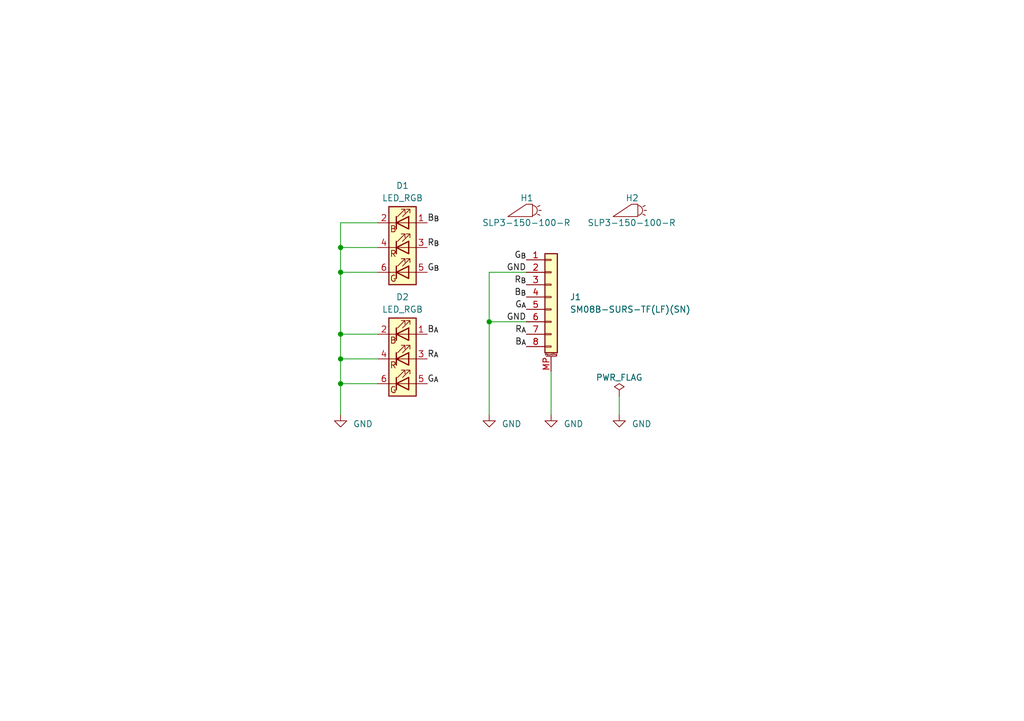
<source format=kicad_sch>
(kicad_sch (version 20230121) (generator eeschema)
  (paper "A5")
  (title_block (title "PCIe Bracket LED PCB") (rev "B") (company "Open Ephys, Inc") (comment 1 "Cris Sharp"))
  (lib_symbols
    (symbol "Connector_Generic_MountingPin:Conn_01x08_MountingPin" (pin_names (offset 1.016) hide)
      (property "Reference" "J" (at 0 10.16 0))
      (property "Value" "Conn_01x08_MountingPin" (at 1.27 -12.7 0))
      (symbol "Conn_01x08_MountingPin_1_1"
        (rectangle (start -1.27 -10.033) (end 0 -10.287) (stroke (width 0.1524)))
        (rectangle (start -1.27 -7.493) (end 0 -7.747) (stroke (width 0.1524)))
        (rectangle (start -1.27 -4.953) (end 0 -5.207) (stroke (width 0.1524)))
        (rectangle (start -1.27 -2.413) (end 0 -2.667) (stroke (width 0.1524)))
        (rectangle (start -1.27 0.127) (end 0 -0.127) (stroke (width 0.1524)))
        (rectangle (start -1.27 2.667) (end 0 2.413) (stroke (width 0.1524)))
        (rectangle (start -1.27 5.207) (end 0 4.953) (stroke (width 0.1524)))
        (rectangle (start -1.27 7.747) (end 0 7.493) (stroke (width 0.1524)))
        (rectangle (start -1.27 8.89) (end 1.27 -11.43) (stroke (width 0.254)) (fill (type background)))
        (polyline (pts (xy -1.016 -12.192) (xy 1.016 -12.192)) (stroke (width 0.1524)))
        (text "Mounting" (at 0 -11.811 0) (effects (font (size 0.381 0.381))))
        (pin passive line (at -5.08 7.62 0) (length 3.81) (name "Pin_1") (number "1"))
        (pin passive line (at -5.08 5.08 0) (length 3.81) (name "Pin_2") (number "2"))
        (pin passive line (at -5.08 2.54 0) (length 3.81) (name "Pin_3") (number "3"))
        (pin passive line (at -5.08 0 0) (length 3.81) (name "Pin_4") (number "4"))
        (pin passive line (at -5.08 -2.54 0) (length 3.81) (name "Pin_5") (number "5"))
        (pin passive line (at -5.08 -5.08 0) (length 3.81) (name "Pin_6") (number "6"))
        (pin passive line (at -5.08 -7.62 0) (length 3.81) (name "Pin_7") (number "7"))
        (pin passive line (at -5.08 -10.16 0) (length 3.81) (name "Pin_8") (number "8"))
        (pin passive line (at 0 -15.24 90) (length 3.048) (name "MountPin") (number "MP"))
      )
    )
    (symbol "Open Ephys:EAST1616RGBA8" (pin_names (offset 0) hide)
      (property "Reference" "D1" (at 0 12.7 0))
      (property "Value" "LED_RGB" (at 0 10.16 0))
      (symbol "EAST1616RGBA8_0_0"
        (text "B" (at -1.905 3.81 0) (effects (font (size 1.27 1.27))))
        (text "G" (at -1.905 -6.35 0) (effects (font (size 1.27 1.27))))
        (text "R" (at -1.905 -1.27 0) (effects (font (size 1.27 1.27))))
      )
      (symbol "EAST1616RGBA8_0_1"
        (rectangle (start -2.794 8.382) (end 2.794 -7.62) (stroke (width 0.254)) (fill (type background)))
        (polyline (pts (xy -1.27 -5.08) (xy -2.54 -5.08)))
        (polyline (pts (xy -1.27 -5.08) (xy 1.27 -5.08)))
        (polyline (pts (xy -1.27 -3.81) (xy -1.27 -6.35)) (stroke (width 0.254)))
        (polyline (pts (xy -1.27 0) (xy -2.54 0)))
        (polyline (pts (xy -1.27 1.27) (xy -1.27 -1.27)) (stroke (width 0.254)))
        (polyline (pts (xy -1.27 5.08) (xy -2.54 5.08)))
        (polyline (pts (xy -1.27 5.08) (xy 1.27 5.08)))
        (polyline (pts (xy -1.27 6.35) (xy -1.27 3.81)) (stroke (width 0.254)))
        (polyline (pts (xy 1.27 -5.08) (xy 2.54 -5.08)))
        (polyline (pts (xy 1.27 0) (xy -1.27 0)))
        (polyline (pts (xy 1.27 0) (xy 2.54 0)))
        (polyline (pts (xy 1.27 5.08) (xy 2.54 5.08)))
        (polyline (pts (xy -1.27 1.27) (xy -1.27 -1.27) (xy -1.27 -1.27)))
        (polyline (pts (xy -1.27 6.35) (xy -1.27 3.81) (xy -1.27 3.81)))
        (polyline (pts (xy 1.27 -3.81) (xy 1.27 -6.35) (xy -1.27 -5.08) (xy 1.27 -3.81)) (stroke (width 0.254)))
        (polyline (pts (xy 1.27 1.27) (xy 1.27 -1.27) (xy -1.27 0) (xy 1.27 1.27)) (stroke (width 0.254)))
        (polyline (pts (xy 1.27 6.35) (xy 1.27 3.81) (xy -1.27 5.08) (xy 1.27 6.35)) (stroke (width 0.254)))
        (polyline (pts (xy -1.016 -3.81) (xy 0.508 -2.286) (xy -0.254 -2.286) (xy 0.508 -2.286) (xy 0.508 -3.048)))
        (polyline (pts (xy -1.016 1.27) (xy 0.508 2.794) (xy -0.254 2.794) (xy 0.508 2.794) (xy 0.508 2.032)))
        (polyline (pts (xy -1.016 6.35) (xy 0.508 7.874) (xy -0.254 7.874) (xy 0.508 7.874) (xy 0.508 7.112)))
        (polyline (pts (xy 0 -3.81) (xy 1.524 -2.286) (xy 0.762 -2.286) (xy 1.524 -2.286) (xy 1.524 -3.048)))
        (polyline (pts (xy 0 1.27) (xy 1.524 2.794) (xy 0.762 2.794) (xy 1.524 2.794) (xy 1.524 2.032)))
        (polyline (pts (xy 0 6.35) (xy 1.524 7.874) (xy 0.762 7.874) (xy 1.524 7.874) (xy 1.524 7.112)))
        (rectangle (start 1.27 -1.27) (end 1.27 1.27))
        (rectangle (start 1.27 1.27) (end 1.27 1.27))
        (rectangle (start 1.27 3.81) (end 1.27 6.35))
        (rectangle (start 1.27 6.35) (end 1.27 6.35))
      )
      (symbol "EAST1616RGBA8_1_1"
        (pin passive line (at 5.08 5.08 180) (length 2.54) (name "BA") (number "1"))
        (pin passive line (at -5.08 5.08 0) (length 2.54) (name "BK") (number "2"))
        (pin passive line (at 5.08 0 180) (length 2.54) (name "RA") (number "3"))
        (pin passive line (at -5.08 0 0) (length 2.54) (name "RK") (number "4"))
        (pin passive line (at 5.08 -5.08 180) (length 2.54) (name "GA") (number "5"))
        (pin passive line (at -5.08 -5.08 0) (length 2.54) (name "GK") (number "6"))
      )
    )
    (symbol "jonnew:LIGHTPIPE"
      (property "Reference" "H" (at 0 2.54 0))
      (symbol "LIGHTPIPE_0_1"
        (polyline (pts (xy 2.286 -0.762) (xy 2.794 -1.016)))
        (polyline (pts (xy 2.286 0.762) (xy 2.794 1.016)))
        (polyline (pts (xy 3.048 0) (xy 2.54 0)))
        (polyline (pts (xy 1.27 1.27) (xy 1.27 -1.27) (xy -3.81 -1.27) (xy 0 1.27) (xy 1.27 1.27)))
        (arc (start 1.27 -1.016) (mid 2.234 0) (end 1.27 1.016))
      )
    )
    (symbol "power:GND" (power) (pin_names (offset 0))
      (property "Value" "GND" (at 0 -3.81 0))
      (symbol "GND_0_1"
        (polyline (pts (xy 0 0) (xy 0 -1.27) (xy 1.27 -1.27) (xy 0 -2.54) (xy -1.27 -1.27) (xy 0 -1.27)))
      )
      (symbol "GND_1_1"
        (pin power_in line (at 0 0 270) (length 0) hide (name "GND") (number "1"))
      )
    )
    (symbol "power:PWR_FLAG" (power) (pin_numbers hide) (pin_names (offset 0) hide)
      (property "Value" "PWR_FLAG" (at 0 3.81 0))
      (symbol "PWR_FLAG_0_0"
        (pin power_out line (at 0 0 90) (length 0) (name "pwr") (number "1"))
      )
      (symbol "PWR_FLAG_0_1"
        (polyline (pts (xy 0 0) (xy 0 1.27) (xy -1.016 1.905) (xy 0 2.54) (xy 1.016 1.905) (xy 0 1.27)))
      )
    )
  )
  (junction (at 69.85 50.8))
  (junction (at 69.85 73.66))
  (junction (at 69.85 68.58))
  (junction (at 69.85 55.88))
  (junction (at 100.33 66.04))
  (junction (at 69.85 78.74))
  (wire (pts (xy 100.33 66.04) (xy 107.95 66.04)))
  (wire (pts (xy 69.85 45.72) (xy 69.85 50.8)))
  (wire (pts (xy 69.85 55.88) (xy 77.47 55.88)))
  (wire (pts (xy 69.85 73.66) (xy 77.47 73.66)))
  (wire (pts (xy 100.33 85.09) (xy 100.33 66.04)))
  (wire (pts (xy 100.33 55.88) (xy 107.95 55.88)))
  (wire (pts (xy 77.47 45.72) (xy 69.85 45.72)))
  (wire (pts (xy 69.85 85.09) (xy 69.85 78.74)))
  (wire (pts (xy 69.85 55.88) (xy 69.85 68.58)))
  (wire (pts (xy 69.85 68.58) (xy 69.85 73.66)))
  (wire (pts (xy 100.33 66.04) (xy 100.33 55.88)))
  (wire (pts (xy 69.85 73.66) (xy 69.85 78.74)))
  (wire (pts (xy 69.85 78.74) (xy 77.47 78.74)))
  (wire (pts (xy 69.85 50.8) (xy 69.85 55.88)))
  (wire (pts (xy 127 81.28) (xy 127 85.09)))
  (wire (pts (xy 69.85 50.8) (xy 77.47 50.8)))
  (wire (pts (xy 69.85 68.58) (xy 77.47 68.58)))
  (wire (pts (xy 113.03 76.2) (xy 113.03 85.09)))
  (label "G_{A}" (at 87.63 78.74 0))
  (label "G_{A}" (at 107.95 63.5 180))
  (label "R_{A}" (at 87.63 73.66 0))
  (label "R_{A}" (at 107.95 68.58 180))
  (label "GND" (at 107.95 66.04 180))
  (label "B_{B}" (at 87.63 45.72 0))
  (label "B_{A}" (at 87.63 68.58 0))
  (label "GND" (at 107.95 55.88 180))
  (label "R_{B}" (at 87.63 50.8 0))
  (label "G_{B}" (at 107.95 53.34 180))
  (label "B_{A}" (at 107.95 71.12 180))
  (label "G_{B}" (at 87.63 55.88 0))
  (label "B_{B}" (at 107.95 60.96 180))
  (label "R_{B}" (at 107.95 58.42 180))
  (symbol (lib_id "power:GND") (at 113.03 85.09 0) (unit 1)
    (property "Reference" "#PWR04" (effects hide))
    (property "Value" "GND" (at 115.57 86.995 0) (effects (justify left)))
  )
  (symbol (lib_id "jonnew:LIGHTPIPE") (at 107.95 43.18 0) (unit 1)
    (property "Reference" "H1" (at 106.68 40.64 0) (effects (justify left)))
    (property "Value" "SLP3-150-100-R" (at 107.95 45.72 0))
    (property "Footprint" "Open Ephys:BIVAR_SLP3-150-100-R" (effects hide))
    (property "Datasheet" "https://www.bivar.com/parts_content/Datasheets/SLP3-150-XXX-X.pdf" (effects hide))
  )
  (symbol (lib_id "jonnew:LIGHTPIPE") (at 129.54 43.18 0) (unit 1)
    (property "Reference" "H2" (at 128.27 40.64 0) (effects (justify left)))
    (property "Value" "SLP3-150-100-R" (at 129.54 45.72 0))
    (property "Footprint" "Open Ephys:BIVAR_SLP3-150-100-R" (effects hide))
    (property "Datasheet" "https://www.bivar.com/parts_content/Datasheets/SLP3-150-XXX-X.pdf" (effects hide))
  )
  (symbol (lib_id "power:PWR_FLAG") (at 127 81.28 0) (unit 1)
    (property "Reference" "#FLG01" (effects hide))
    (property "Value" "PWR_FLAG" (at 127 77.47 0))
  )
  (symbol (lib_id "power:GND") (at 127 85.09 0) (unit 1)
    (property "Reference" "#PWR03" (effects hide))
    (property "Value" "GND" (at 129.54 86.995 0) (effects (justify left)))
  )
  (symbol (lib_id "power:GND") (at 69.85 85.09 0) (unit 1)
    (property "Reference" "#PWR01" (effects hide))
    (property "Value" "GND" (at 72.39 86.995 0) (effects (justify left)))
  )
  (symbol (lib_id "Open Ephys:EAST1616RGBA8") (at 82.55 73.66 0) (unit 1)
    (property "Reference" "D2" (at 82.55 60.96 0))
    (property "Value" "LED_RGB" (at 82.55 63.5 0))
    (property "Footprint" "Open Ephys:EVERLIGHT_6-SMD-1.6x1.6" (effects hide))
    (property "Datasheet" "https://everlightamericas.com/index.php?controller=attachment&id_attachment=2142" (effects hide))
    (property "LCSC" "C131204" (effects hide))
  )
  (symbol (lib_id "Open Ephys:EAST1616RGBA8") (at 82.55 50.8 0) (unit 1)
    (property "Reference" "D1" (at 82.55 38.1 0))
    (property "Value" "LED_RGB" (at 82.55 40.64 0))
    (property "Footprint" "Open Ephys:EVERLIGHT_6-SMD-1.6x1.6" (effects hide))
    (property "Datasheet" "https://everlightamericas.com/index.php?controller=attachment&id_attachment=2142" (effects hide))
    (property "LCSC" "C131204" (effects hide))
  )
  (symbol (lib_id "power:GND") (at 100.33 85.09 0) (unit 1)
    (property "Reference" "#PWR02" (effects hide))
    (property "Value" "GND" (at 102.87 86.995 0) (effects (justify left)))
  )
  (symbol (lib_id "Connector_Generic_MountingPin:Conn_01x08_MountingPin") (at 113.03 60.96 0) (unit 1)
    (property "Reference" "J1" (at 116.84 60.96 0) (effects (justify left)))
    (property "Value" "SM08B-SURS-TF(LF)(SN)" (at 116.84 63.5 0) (effects (justify left)))
    (property "Footprint" "Open Ephys:JST_SM08B-SURS-TF(LF)(SN)" (effects hide))
    (property "Datasheet" "https://www.jst-mfg.com/product/pdf/eng/eSUR.pdf" (effects hide))
  )
)
</source>
